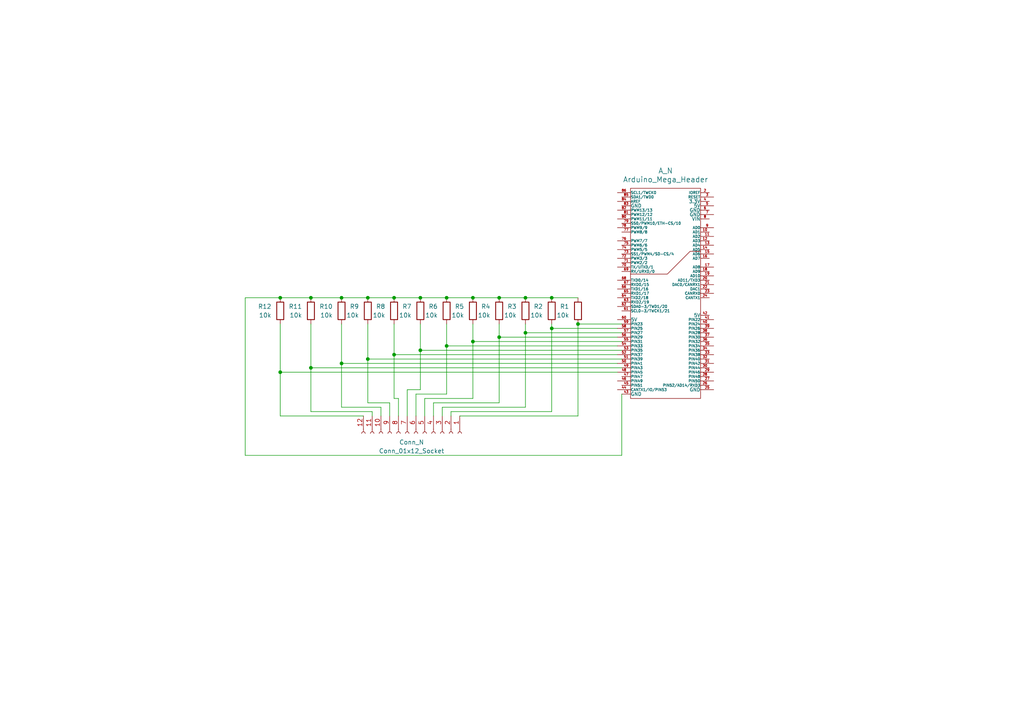
<source format=kicad_sch>
(kicad_sch (version 20231120) (generator "eeschema") (generator_version "8.0")
  (paper "A4")
  (title_block (title "Esquema Eléctrico PCB Pull-Down") (date "2025-01-29") (company "Andtonic Studios"))
  (lib_symbols
    (symbol "Connector:Conn_01x12_Socket" (pin_names (offset 1.016) hide)
      (property "Reference" "J" (at 0 15.24 0))
      (property "Value" "Conn_01x12_Socket" (at 0 -17.78 0))
      (symbol "Conn_01x12_Socket_1_1"
        (arc (start 0 -14.732) (mid -0.5058 -15.24) (end 0 -15.748) (stroke (width 0.1524)))
        (arc (start 0 -12.192) (mid -0.5058 -12.7) (end 0 -13.208) (stroke (width 0.1524)))
        (arc (start 0 -9.652) (mid -0.5058 -10.16) (end 0 -10.668) (stroke (width 0.1524)))
        (arc (start 0 -7.112) (mid -0.5058 -7.62) (end 0 -8.128) (stroke (width 0.1524)))
        (arc (start 0 -4.572) (mid -0.5058 -5.08) (end 0 -5.588) (stroke (width 0.1524)))
        (arc (start 0 -2.032) (mid -0.5058 -2.54) (end 0 -3.048) (stroke (width 0.1524)))
        (polyline (pts (xy -1.27 -15.24) (xy -0.508 -15.24)) (stroke (width 0.1524)))
        (polyline (pts (xy -1.27 -12.7) (xy -0.508 -12.7)) (stroke (width 0.1524)))
        (polyline (pts (xy -1.27 -10.16) (xy -0.508 -10.16)) (stroke (width 0.1524)))
        (polyline (pts (xy -1.27 -7.62) (xy -0.508 -7.62)) (stroke (width 0.1524)))
        (polyline (pts (xy -1.27 -5.08) (xy -0.508 -5.08)) (stroke (width 0.1524)))
        (polyline (pts (xy -1.27 -2.54) (xy -0.508 -2.54)) (stroke (width 0.1524)))
        (polyline (pts (xy -1.27 0) (xy -0.508 0)) (stroke (width 0.1524)))
        (polyline (pts (xy -1.27 2.54) (xy -0.508 2.54)) (stroke (width 0.1524)))
        (polyline (pts (xy -1.27 5.08) (xy -0.508 5.08)) (stroke (width 0.1524)))
        (polyline (pts (xy -1.27 7.62) (xy -0.508 7.62)) (stroke (width 0.1524)))
        (polyline (pts (xy -1.27 10.16) (xy -0.508 10.16)) (stroke (width 0.1524)))
        (polyline (pts (xy -1.27 12.7) (xy -0.508 12.7)) (stroke (width 0.1524)))
        (arc (start 0 0.508) (mid -0.5058 0) (end 0 -0.508) (stroke (width 0.1524)))
        (arc (start 0 3.048) (mid -0.5058 2.54) (end 0 2.032) (stroke (width 0.1524)))
        (arc (start 0 5.588) (mid -0.5058 5.08) (end 0 4.572) (stroke (width 0.1524)))
        (arc (start 0 8.128) (mid -0.5058 7.62) (end 0 7.112) (stroke (width 0.1524)))
        (arc (start 0 10.668) (mid -0.5058 10.16) (end 0 9.652) (stroke (width 0.1524)))
        (arc (start 0 13.208) (mid -0.5058 12.7) (end 0 12.192) (stroke (width 0.1524)))
        (pin passive line (at -5.08 12.7 0) (length 3.81) (name "Pin_1") (number "1"))
        (pin passive line (at -5.08 -10.16 0) (length 3.81) (name "Pin_10") (number "10"))
        (pin passive line (at -5.08 -12.7 0) (length 3.81) (name "Pin_11") (number "11"))
        (pin passive line (at -5.08 -15.24 0) (length 3.81) (name "Pin_12") (number "12"))
        (pin passive line (at -5.08 10.16 0) (length 3.81) (name "Pin_2") (number "2"))
        (pin passive line (at -5.08 7.62 0) (length 3.81) (name "Pin_3") (number "3"))
        (pin passive line (at -5.08 5.08 0) (length 3.81) (name "Pin_4") (number "4"))
        (pin passive line (at -5.08 2.54 0) (length 3.81) (name "Pin_5") (number "5"))
        (pin passive line (at -5.08 0 0) (length 3.81) (name "Pin_6") (number "6"))
        (pin passive line (at -5.08 -2.54 0) (length 3.81) (name "Pin_7") (number "7"))
        (pin passive line (at -5.08 -5.08 0) (length 3.81) (name "Pin_8") (number "8"))
        (pin passive line (at -5.08 -7.62 0) (length 3.81) (name "Pin_9") (number "9"))
      )
    )
    (symbol "Device:R" (pin_numbers hide) (pin_names (offset 0))
      (property "Reference" "R" (at 2.032 0 90))
      (property "Value" "R" (at 0 0 90))
      (symbol "R_0_1"
        (rectangle (start -1.016 -2.54) (end 1.016 2.54) (stroke (width 0.254)))
      )
      (symbol "R_1_1"
        (pin passive line (at 0 3.81 270) (length 1.27) (name "~") (number "1"))
        (pin passive line (at 0 -3.81 90) (length 1.27) (name "~") (number "2"))
      )
    )
    (symbol "w_connectors:Arduino_Mega_Header" (pin_names (offset 0.0254))
      (property "Reference" "J" (at 0 31.75 0))
      (property "Value" "Arduino_Mega_Header" (at 0 -31.75 0))
      (symbol "Arduino_Mega_Header_0_1"
        (polyline (pts (xy -8.636 12.192) (xy -9.652 12.192)))
        (polyline (pts (xy 10.16 5.588) (xy -0.508 5.588) (xy -7.112 12.192) (xy -10.16 12.192)))
        (rectangle (start 10.16 -30.48) (end -10.16 30.48))
      )
      (symbol "Arduino_Mega_Header_1_1"
        (pin passive line (at -12.7 17.78 0) (length 2.54) (name "AD1") (number "10"))
        (pin passive line (at -13.97 16.51 0) (length 3.81) (name "AD2") (number "11"))
        (pin passive line (at -12.7 15.24 0) (length 2.54) (name "AD3") (number "12"))
        (pin passive line (at -13.97 13.97 0) (length 3.81) (name "AD4") (number "13"))
        (pin passive line (at -12.7 12.7 0) (length 2.54) (name "AD5") (number "14"))
        (pin passive line (at -13.97 11.43 0) (length 3.81) (name "AD6") (number "15"))
        (pin passive line (at -12.7 10.16 0) (length 2.54) (name "AD7") (number "16"))
        (pin passive line (at -13.97 7.62 0) (length 3.81) (name "AD8") (number "17"))
        (pin passive line (at -12.7 6.35 0) (length 2.54) (name "AD9") (number "18"))
        (pin passive line (at -13.97 5.08 0) (length 3.81) (name "AD10") (number "19"))
        (pin passive line (at -12.7 29.21 0) (length 2.54) (name "IOREF") (number "2"))
        (pin passive line (at -12.7 3.81 0) (length 2.54) (name "AD11/TXD3") (number "20"))
        (pin passive line (at -13.97 2.54 0) (length 3.81) (name "DAC0/CANRX1") (number "21"))
        (pin passive line (at -12.7 1.27 0) (length 2.54) (name "DAC1") (number "22"))
        (pin passive line (at -13.97 0 0) (length 3.81) (name "CANRX0") (number "23"))
        (pin passive line (at -12.7 -1.27 0) (length 2.54) (name "CANTX1") (number "24"))
        (pin passive line (at -13.97 -27.94 0) (length 3.81) (name "GND") (number "25"))
        (pin passive line (at -12.7 -26.67 0) (length 2.54) (name "PIN52/AD14/RXD3") (number "26"))
        (pin passive line (at -13.97 -25.4 0) (length 3.81) (name "PIN50") (number "27"))
        (pin passive line (at -12.7 -24.13 0) (length 2.54) (name "PIN48") (number "28"))
        (pin passive line (at -13.97 -22.86 0) (length 3.81) (name "PIN46") (number "29"))
        (pin passive line (at -13.97 27.94 0) (length 3.81) (name "RESET") (number "3"))
        (pin passive line (at -12.7 -21.59 0) (length 2.54) (name "PIN44") (number "30"))
        (pin passive line (at -13.97 -20.32 0) (length 3.81) (name "PIN42") (number "31"))
        (pin passive line (at -12.7 -19.05 0) (length 2.54) (name "PIN40") (number "32"))
        (pin passive line (at -13.97 -17.78 0) (length 3.81) (name "PIN38") (number "33"))
        (pin passive line (at -12.7 -16.51 0) (length 2.54) (name "PIN36") (number "34"))
        (pin passive line (at -13.97 -15.24 0) (length 3.81) (name "PIN34") (number "35"))
        (pin passive line (at -12.7 -13.97 0) (length 2.54) (name "PIN32") (number "36"))
        (pin passive line (at -13.97 -12.7 0) (length 3.81) (name "PIN30") (number "37"))
        (pin passive line (at -12.7 -11.43 0) (length 2.54) (name "PIN28") (number "38"))
        (pin passive line (at -13.97 -10.16 0) (length 3.81) (name "PIN26") (number "39"))
        (pin passive line (at -12.7 26.67 0) (length 2.54) (name "3.3V") (number "4"))
        (pin passive line (at -12.7 -8.89 0) (length 2.54) (name "PIN24") (number "40"))
        (pin passive line (at -13.97 -7.62 0) (length 3.81) (name "PIN22") (number "41"))
        (pin passive line (at -12.7 -6.35 0) (length 2.54) (name "5V") (number "42"))
        (pin passive line (at 12.7 -29.21 180) (length 2.54) (name "GND") (number "43"))
        (pin passive line (at 13.97 -27.94 180) (length 3.81) (name "CANTX1/IO/PIN53") (number "44"))
        (pin passive line (at 12.7 -26.67 180) (length 2.54) (name "PIN51") (number "45"))
        (pin passive line (at 13.97 -25.4 180) (length 3.81) (name "PIN49") (number "46"))
        (pin passive line (at 12.7 -24.13 180) (length 2.54) (name "PIN47") (number "47"))
        (pin passive line (at 13.97 -22.86 180) (length 3.81) (name "PIN45") (number "48"))
        (pin passive line (at 12.7 -21.59 180) (length 2.54) (name "PIN43") (number "49"))
        (pin passive line (at -13.97 25.4 0) (length 3.81) (name "5V") (number "5"))
        (pin passive line (at 13.97 -20.32 180) (length 3.81) (name "PIN41") (number "50"))
        (pin passive line (at 12.7 -19.05 180) (length 2.54) (name "PIN39") (number "51"))
        (pin passive line (at 13.97 -17.78 180) (length 3.81) (name "PIN37") (number "52"))
        (pin passive line (at 12.7 -16.51 180) (length 2.54) (name "PIN35") (number "53"))
        (pin passive line (at 13.97 -15.24 180) (length 3.81) (name "PIN33") (number "54"))
        (pin passive line (at 12.7 -13.97 180) (length 2.54) (name "PIN31") (number "55"))
        (pin passive line (at 13.97 -12.7 180) (length 3.81) (name "PIN29") (number "56"))
        (pin passive line (at 12.7 -11.43 180) (length 2.54) (name "PIN27") (number "57"))
        (pin passive line (at 13.97 -10.16 180) (length 3.81) (name "PIN25") (number "58"))
        (pin passive line (at 12.7 -8.89 180) (length 2.54) (name "PIN23") (number "59"))
        (pin passive line (at -12.7 24.13 0) (length 2.54) (name "GND") (number "6"))
        (pin passive line (at 13.97 -7.62 180) (length 3.81) (name "5V") (number "60"))
        (pin passive line (at 12.7 -5.08 180) (length 2.54) (name "SCL0-3/TWCK1/21") (number "61"))
        (pin passive line (at 13.97 -3.81 180) (length 3.81) (name "SDA0-3/TWD1/20") (number "62"))
        (pin passive line (at 12.7 -2.54 180) (length 2.54) (name "RXD2/19") (number "63"))
        (pin passive line (at 13.97 -1.27 180) (length 3.81) (name "TXD2/18") (number "64"))
        (pin passive line (at 12.7 0 180) (length 2.54) (name "RXD1/17") (number "65"))
        (pin passive line (at 13.97 1.27 180) (length 3.81) (name "TXD1/16") (number "66"))
        (pin passive line (at 12.7 2.54 180) (length 2.54) (name "RXD0/15") (number "67"))
        (pin passive line (at 13.97 3.81 180) (length 3.81) (name "TXD0/14") (number "68"))
        (pin passive line (at 12.7 6.35 180) (length 2.54) (name "RX/URXD/0") (number "69"))
        (pin passive line (at -13.97 22.86 0) (length 3.81) (name "GND") (number "7"))
        (pin passive line (at 13.97 7.62 180) (length 3.81) (name "TX/UTXD/1") (number "70"))
        (pin passive line (at 12.7 8.89 180) (length 2.54) (name "PWM2/2") (number "71"))
        (pin passive line (at 13.97 10.16 180) (length 3.81) (name "PWM3/3") (number "72"))
        (pin passive line (at 12.7 11.43 180) (length 2.54) (name "SS1/PWM4/SD-CS/4") (number "73"))
        (pin passive line (at 13.97 12.7 180) (length 3.81) (name "PWM5/5") (number "74"))
        (pin passive line (at 12.7 13.97 180) (length 2.54) (name "PWM6/6") (number "75"))
        (pin passive line (at 13.97 15.24 180) (length 3.81) (name "PWM7/7") (number "76"))
        (pin passive line (at 12.7 17.78 180) (length 2.54) (name "PWM8/8") (number "77"))
        (pin passive line (at 13.97 19.05 180) (length 3.81) (name "PWM9/9") (number "78"))
        (pin passive line (at 12.7 20.32 180) (length 2.54) (name "SS0/PWM10/ETH-CS/10") (number "79"))
        (pin passive line (at -12.7 21.59 0) (length 2.54) (name "VIN") (number "8"))
        (pin passive line (at 13.97 21.59 180) (length 3.81) (name "PWM11/11") (number "80"))
        (pin passive line (at 12.7 22.86 180) (length 2.54) (name "PWM12/12") (number "81"))
        (pin passive line (at 13.97 24.13 180) (length 3.81) (name "PWM13/13") (number "82"))
        (pin passive line (at 12.7 25.4 180) (length 2.54) (name "GND") (number "83"))
        (pin passive line (at 13.97 26.67 180) (length 3.81) (name "AREF") (number "84"))
        (pin passive line (at 12.7 27.94 180) (length 2.54) (name "SDA1/TWD0") (number "85"))
        (pin passive line (at 13.97 29.21 180) (length 3.81) (name "SCL1/TWCK0") (number "86"))
        (pin passive line (at -13.97 19.05 0) (length 3.81) (name "AD0") (number "9"))
      )
    )
  )
  (junction (at 114.3 86.36))
  (junction (at 144.78 97.79))
  (junction (at 106.68 104.14))
  (junction (at 81.28 107.95))
  (junction (at 99.06 105.41))
  (junction (at 81.28 86.36))
  (junction (at 144.78 86.36))
  (junction (at 160.02 86.36))
  (junction (at 106.68 86.36))
  (junction (at 129.54 100.33))
  (junction (at 152.4 86.36))
  (junction (at 137.16 86.36))
  (junction (at 90.17 106.68))
  (junction (at 114.3 102.87))
  (junction (at 121.92 86.36))
  (junction (at 90.17 86.36))
  (junction (at 99.06 86.36))
  (junction (at 137.16 99.06))
  (junction (at 152.4 96.52))
  (junction (at 167.64 93.98))
  (junction (at 129.54 86.36))
  (junction (at 121.92 101.6))
  (junction (at 160.02 95.25))
  (wire (pts (xy 105.41 120.65) (xy 81.28 120.65)))
  (wire (pts (xy 110.49 118.11) (xy 99.06 118.11)))
  (wire (pts (xy 71.12 132.08) (xy 71.12 86.36)))
  (wire (pts (xy 90.17 119.38) (xy 90.17 106.68)))
  (wire (pts (xy 113.03 120.65) (xy 113.03 116.84)))
  (wire (pts (xy 144.78 86.36) (xy 137.16 86.36)))
  (wire (pts (xy 71.12 86.36) (xy 81.28 86.36)))
  (wire (pts (xy 118.11 113.03) (xy 118.11 120.65)))
  (wire (pts (xy 120.65 114.3) (xy 129.54 114.3)))
  (wire (pts (xy 106.68 86.36) (xy 99.06 86.36)))
  (wire (pts (xy 167.64 120.65) (xy 167.64 93.98)))
  (wire (pts (xy 152.4 96.52) (xy 152.4 93.98)))
  (wire (pts (xy 123.19 115.57) (xy 137.16 115.57)))
  (wire (pts (xy 152.4 86.36) (xy 160.02 86.36)))
  (wire (pts (xy 137.16 99.06) (xy 137.16 93.98)))
  (wire (pts (xy 121.92 86.36) (xy 114.3 86.36)))
  (wire (pts (xy 130.81 120.65) (xy 130.81 119.38)))
  (wire (pts (xy 115.57 115.57) (xy 114.3 115.57)))
  (wire (pts (xy 160.02 119.38) (xy 160.02 95.25)))
  (wire (pts (xy 133.35 120.65) (xy 167.64 120.65)))
  (wire (pts (xy 107.95 120.65) (xy 107.95 119.38)))
  (wire (pts (xy 113.03 116.84) (xy 106.68 116.84)))
  (wire (pts (xy 81.28 93.98) (xy 81.28 107.95)))
  (wire (pts (xy 180.34 132.08) (xy 71.12 132.08)))
  (wire (pts (xy 114.3 86.36) (xy 106.68 86.36)))
  (wire (pts (xy 128.27 120.65) (xy 128.27 118.11)))
  (wire (pts (xy 152.4 86.36) (xy 144.78 86.36)))
  (wire (pts (xy 167.64 86.36) (xy 160.02 86.36)))
  (wire (pts (xy 180.34 114.3) (xy 180.34 132.08)))
  (wire (pts (xy 128.27 118.11) (xy 152.4 118.11)))
  (wire (pts (xy 99.06 105.41) (xy 179.07 105.41)))
  (wire (pts (xy 137.16 86.36) (xy 129.54 86.36)))
  (wire (pts (xy 129.54 100.33) (xy 129.54 93.98)))
  (wire (pts (xy 81.28 107.95) (xy 81.28 120.65)))
  (wire (pts (xy 107.95 119.38) (xy 90.17 119.38)))
  (wire (pts (xy 144.78 97.79) (xy 144.78 93.98)))
  (wire (pts (xy 129.54 86.36) (xy 121.92 86.36)))
  (wire (pts (xy 90.17 86.36) (xy 81.28 86.36)))
  (wire (pts (xy 129.54 100.33) (xy 179.07 100.33)))
  (wire (pts (xy 99.06 86.36) (xy 90.17 86.36)))
  (wire (pts (xy 160.02 95.25) (xy 179.07 95.25)))
  (wire (pts (xy 121.92 113.03) (xy 118.11 113.03)))
  (wire (pts (xy 144.78 97.79) (xy 179.07 97.79)))
  (wire (pts (xy 130.81 119.38) (xy 160.02 119.38)))
  (wire (pts (xy 114.3 102.87) (xy 179.07 102.87)))
  (wire (pts (xy 137.16 99.06) (xy 180.34 99.06)))
  (wire (pts (xy 106.68 104.14) (xy 180.34 104.14)))
  (wire (pts (xy 125.73 116.84) (xy 144.78 116.84)))
  (wire (pts (xy 114.3 102.87) (xy 114.3 93.98)))
  (wire (pts (xy 152.4 118.11) (xy 152.4 96.52)))
  (wire (pts (xy 121.92 101.6) (xy 121.92 93.98)))
  (wire (pts (xy 90.17 106.68) (xy 90.17 93.98)))
  (wire (pts (xy 99.06 118.11) (xy 99.06 105.41)))
  (wire (pts (xy 114.3 115.57) (xy 114.3 102.87)))
  (wire (pts (xy 121.92 101.6) (xy 180.34 101.6)))
  (wire (pts (xy 123.19 120.65) (xy 123.19 115.57)))
  (wire (pts (xy 110.49 120.65) (xy 110.49 118.11)))
  (wire (pts (xy 90.17 106.68) (xy 180.34 106.68)))
  (wire (pts (xy 144.78 116.84) (xy 144.78 97.79)))
  (wire (pts (xy 167.64 93.98) (xy 180.34 93.98)))
  (wire (pts (xy 121.92 101.6) (xy 121.92 113.03)))
  (wire (pts (xy 129.54 114.3) (xy 129.54 100.33)))
  (wire (pts (xy 99.06 105.41) (xy 99.06 93.98)))
  (wire (pts (xy 106.68 104.14) (xy 106.68 93.98)))
  (wire (pts (xy 106.68 116.84) (xy 106.68 104.14)))
  (wire (pts (xy 81.28 107.95) (xy 179.07 107.95)))
  (wire (pts (xy 120.65 120.65) (xy 120.65 114.3)))
  (wire (pts (xy 160.02 95.25) (xy 160.02 93.98)))
  (wire (pts (xy 152.4 96.52) (xy 180.34 96.52)))
  (wire (pts (xy 125.73 120.65) (xy 125.73 116.84)))
  (wire (pts (xy 137.16 115.57) (xy 137.16 99.06)))
  (wire (pts (xy 115.57 120.65) (xy 115.57 115.57)))
  (symbol (lib_id "Device:R") (at 152.4 90.17 0) (mirror y) (unit 1)
    (property "Reference" "R3" (at 149.86 88.8999 0) (effects (justify left)))
    (property "Value" "10k" (at 149.86 91.4399 0) (effects (justify left)))
    (property "Description" "Resistor" (effects (hide yes)))
  )
  (symbol (lib_id "Device:R") (at 167.64 90.17 0) (mirror y) (unit 1)
    (property "Reference" "R1" (at 165.1 88.8999 0) (effects (justify left)))
    (property "Value" "10k" (at 165.1 91.4399 0) (effects (justify left)))
    (property "Description" "Resistor" (effects (hide yes)))
  )
  (symbol (lib_id "Device:R") (at 99.06 90.17 0) (mirror y) (unit 1)
    (property "Reference" "R10" (at 96.52 88.8999 0) (effects (justify left)))
    (property "Value" "10k" (at 96.52 91.4399 0) (effects (justify left)))
    (property "Description" "Resistor" (effects (hide yes)))
  )
  (symbol (lib_id "Connector:Conn_01x12_Socket") (at 120.65 125.73 270) (unit 1)
    (property "Reference" "Conn_N" (at 119.38 128.27 90))
    (property "Value" "Conn_01x12_Socket" (at 119.38 130.81 90))
    (property "Description" "Generic connector, single row, 01x12, script generated" (effects (hide yes)))
  )
  (symbol (lib_id "Device:R") (at 81.28 90.17 0) (mirror y) (unit 1)
    (property "Reference" "R12" (at 78.74 88.8999 0) (effects (justify left)))
    (property "Value" "10k" (at 78.74 91.4399 0) (effects (justify left)))
    (property "Description" "Resistor" (effects (hide yes)))
  )
  (symbol (lib_id "Device:R") (at 114.3 90.17 0) (mirror y) (unit 1)
    (property "Reference" "R8" (at 111.76 88.8999 0) (effects (justify left)))
    (property "Value" "10k" (at 111.76 91.4399 0) (effects (justify left)))
    (property "Description" "Resistor" (effects (hide yes)))
  )
  (symbol (lib_id "Device:R") (at 129.54 90.17 0) (mirror y) (unit 1)
    (property "Reference" "R6" (at 127 88.8999 0) (effects (justify left)))
    (property "Value" "10k" (at 127 91.4399 0) (effects (justify left)))
    (property "Description" "Resistor" (effects (hide yes)))
  )
  (symbol (lib_id "w_connectors:Arduino_Mega_Header") (at 193.04 85.09 0) (mirror y) (unit 1)
    (property "Reference" "A_N" (at 193.04 49.53 0) (effects (font (size 1.524 1.524))))
    (property "Value" "Arduino_Mega_Header" (at 193.04 52.07 0) (effects (font (size 1.524 1.524))))
  )
  (symbol (lib_id "Device:R") (at 90.17 90.17 0) (mirror y) (unit 1)
    (property "Reference" "R11" (at 87.63 88.8999 0) (effects (justify left)))
    (property "Value" "10k" (at 87.63 91.4399 0) (effects (justify left)))
    (property "Description" "Resistor" (effects (hide yes)))
  )
  (symbol (lib_id "Device:R") (at 160.02 90.17 0) (mirror y) (unit 1)
    (property "Reference" "R2" (at 157.48 88.8999 0) (effects (justify left)))
    (property "Value" "10k" (at 157.48 91.4399 0) (effects (justify left)))
    (property "Description" "Resistor" (effects (hide yes)))
  )
  (symbol (lib_id "Device:R") (at 106.68 90.17 0) (mirror y) (unit 1)
    (property "Reference" "R9" (at 104.14 88.8999 0) (effects (justify left)))
    (property "Value" "10k" (at 104.14 91.4399 0) (effects (justify left)))
    (property "Description" "Resistor" (effects (hide yes)))
  )
  (symbol (lib_id "Device:R") (at 137.16 90.17 0) (mirror y) (unit 1)
    (property "Reference" "R5" (at 134.62 88.8999 0) (effects (justify left)))
    (property "Value" "10k" (at 134.62 91.4399 0) (effects (justify left)))
    (property "Description" "Resistor" (effects (hide yes)))
  )
  (symbol (lib_id "Device:R") (at 121.92 90.17 0) (mirror y) (unit 1)
    (property "Reference" "R7" (at 119.38 88.8999 0) (effects (justify left)))
    (property "Value" "10k" (at 119.38 91.4399 0) (effects (justify left)))
    (property "Description" "Resistor" (effects (hide yes)))
  )
  (symbol (lib_id "Device:R") (at 144.78 90.17 0) (mirror y) (unit 1)
    (property "Reference" "R4" (at 142.24 88.8999 0) (effects (justify left)))
    (property "Value" "10k" (at 142.24 91.4399 0) (effects (justify left)))
    (property "Description" "Resistor" (effects (hide yes)))
  )
)
</source>
